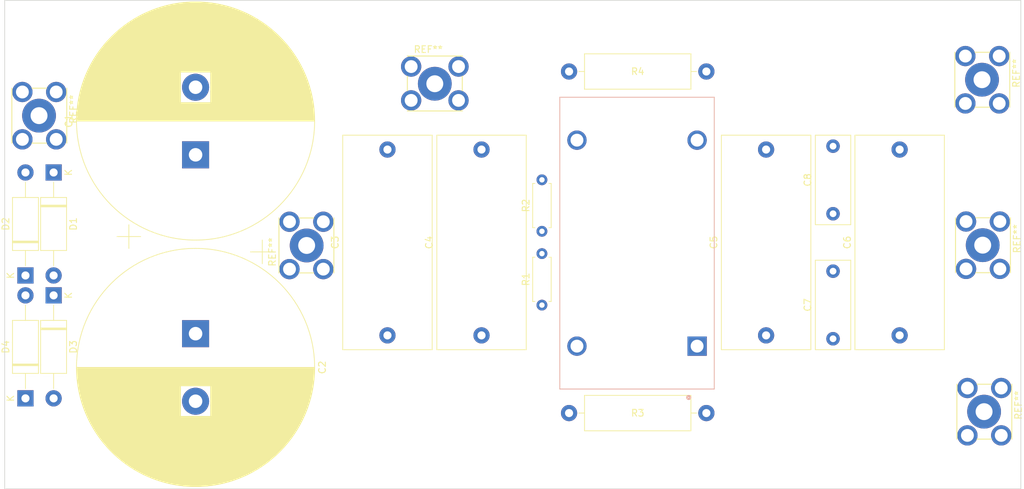
<source format=kicad_pcb>
(kicad_pcb (version 20211014) (generator pcbnew)
  (layers (0 "F.Cu" signal) (31 "B.Cu" signal) (34 "B.Paste" user) (35 "F.Paste" user) (36 "B.SilkS" user "B.Silkscreen") (37 "F.SilkS" user "F.Silkscreen") (38 "B.Mask" user) (39 "F.Mask" user) (44 "Edge.Cuts" user))
  (net 0 "")
  (net 1 "Net-(C1-Pad1)")
  (net 2 "/DC_IN")
  (net 3 "/HOT_IN")
  (net 4 "/NEUTRAL_IN")
  (net 5 "/HOT_OUT")
  (net 6 "/NEUTRAL_OUT")
  (net 7 "/EARTH")
  (net 8 "Net-(D1-Pad2)")
  (net 9 "Net-(R1-Pad2)")
  (footprint "Diode_THT:D_DO-15_P15.24mm_Horizontal" (layer "F.Cu") (at 103.706399 83.234517 90)
    (fp_text reference "D4" (at 7.62 -2.92 90) (layer "F.SilkS"))
    (fp_text value "DIODE")
    (fp_text user "K" (at 0 -2.2 90) (layer "F.SilkS"))
    (pad "1" thru_hole rect locked (at 0 0 90) (size 2.4 2.4) (drill 1.2) (layers *.Cu *.Mask) (net 3 "/HOT_IN"))
    (pad "2" thru_hole oval locked (at 15.24 0 90) (size 2.4 2.4) (drill 1.2) (layers *.Cu *.Mask) (net 8 "Net-(D1-Pad2)"))
  )
  (footprint "Custom Library:M4_Screw_Terminal" (layer "F.Cu") (at 247.904 57.0652 -90)
    (fp_text reference "J2" hide)
    (fp_text value "Screw_Terminal_01x01" hide)
    (fp_text user "REF**" (at 2.54 -2.54 90) (layer "F.SilkS"))
    (pad "1" thru_hole circle (at 7.0104 5.0038 270) (size 3 3) (drill 1.905) (layers *.Cu *.Mask) (net 7 "/EARTH"))
    (pad "1" thru_hole circle (at 7.0104 0 270) (size 3 3) (drill 1.905) (layers *.Cu *.Mask) (net 7 "/EARTH"))
    (pad "1" thru_hole circle (at 0 5.0038 270) (size 3 3) (drill 1.905) (layers *.Cu *.Mask) (net 7 "/EARTH"))
    (pad "1" thru_hole circle (at 0 0 270) (size 3 3) (drill 1.905) (layers *.Cu *.Mask) (net 7 "/EARTH"))
    (pad "1" thru_hole circle (at 3.5 2.54 270) (size 5 5) (drill 2.5) (layers *.Cu *.Mask) (net 7 "/EARTH"))
  )
  (footprint "Diode_THT:D_DO-15_P15.24mm_Horizontal" (layer "F.Cu") (at 107.871999 67.994517 -90)
    (fp_text reference "D3" (at 7.62 -2.92 90) (layer "F.SilkS"))
    (fp_text value "DIODE")
    (fp_text user "K" (at 0 -2.2 90) (layer "F.SilkS"))
    (pad "1" thru_hole rect locked (at 0 0 270) (size 2.4 2.4) (drill 1.2) (layers *.Cu *.Mask) (net 8 "Net-(D1-Pad2)"))
    (pad "2" thru_hole oval locked (at 15.24 0 270) (size 2.4 2.4) (drill 1.2) (layers *.Cu *.Mask) (net 3 "/HOT_IN"))
  )
  (footprint "Diode_THT:D_DO-15_P15.24mm_Horizontal" (layer "F.Cu") (at 107.871999 49.808117 -90)
    (fp_text reference "D1" (at 7.62 -2.92 90) (layer "F.SilkS"))
    (fp_text value "DIODE")
    (fp_text user "K" (at 0 -2.2 90) (layer "F.SilkS"))
    (pad "1" thru_hole rect locked (at 0 0 270) (size 2.4 2.4) (drill 1.2) (layers *.Cu *.Mask) (net 2 "/DC_IN"))
    (pad "2" thru_hole oval locked (at 15.24 0 270) (size 2.4 2.4) (drill 1.2) (layers *.Cu *.Mask) (net 8 "Net-(D1-Pad2)"))
  )
  (footprint "Capacitor_THT:CP_Radial_D35.0mm_P10.00mm_SnapIn" (layer "F.Cu") (at 128.8796 47.1932 90)
    (fp_text reference "C1" (at 5 -18.75 90) (layer "F.SilkS"))
    (fp_text value "CP")
    (pad "1" thru_hole rect locked (at 0 0 90) (size 4 4) (drill 2) (layers *.Cu *.Mask) (net 1 "Net-(C1-Pad1)"))
    (pad "2" thru_hole circle locked (at 10 0 90) (size 4 4) (drill 2) (layers *.Cu *.Mask) (net 2 "/DC_IN"))
  )
  (footprint "Diode_THT:D_DO-15_P15.24mm_Horizontal" (layer "F.Cu") (at 103.706399 65.048117 90)
    (fp_text reference "D2" (at 7.62 -2.92 90) (layer "F.SilkS"))
    (fp_text value "DIODE")
    (fp_text user "K" (at 0 -2.2 90) (layer "F.SilkS"))
    (pad "1" thru_hole rect locked (at 0 0 90) (size 2.4 2.4) (drill 1.2) (layers *.Cu *.Mask) (net 8 "Net-(D1-Pad2)"))
    (pad "2" thru_hole oval locked (at 15.24 0 90) (size 2.4 2.4) (drill 1.2) (layers *.Cu *.Mask) (net 2 "/DC_IN"))
  )
  (footprint "Capacitor_THT:C_Rect_L31.5mm_W13.0mm_P27.50mm_MKS4" (layer "F.Cu") (at 171.196 73.914 90)
    (fp_text reference "C4" (at 13.75 -7.75 90) (layer "F.SilkS"))
    (fp_text value "C")
    (pad "1" thru_hole circle locked (at 0 0 90) (size 2.4 2.4) (drill 1.2) (layers *.Cu *.Mask) (net 3 "/HOT_IN"))
    (pad "2" thru_hole circle locked (at 27.5 0 90) (size 2.4 2.4) (drill 1.2) (layers *.Cu *.Mask) (net 4 "/NEUTRAL_IN"))
  )
  (footprint "Capacitor_THT:C_Rect_L31.5mm_W13.0mm_P27.50mm_MKS4" (layer "F.Cu") (at 213.3092 73.914 90)
    (fp_text reference "C5" (at 13.75 -7.75 90) (layer "F.SilkS"))
    (fp_text value "C")
    (pad "1" thru_hole circle locked (at 0 0 90) (size 2.4 2.4) (drill 1.2) (layers *.Cu *.Mask) (net 5 "/HOT_OUT"))
    (pad "2" thru_hole circle locked (at 27.5 0 90) (size 2.4 2.4) (drill 1.2) (layers *.Cu *.Mask) (net 6 "/NEUTRAL_OUT"))
  )
  (footprint "Resistor_THT:R_Axial_DIN0516_L15.5mm_D5.0mm_P20.32mm_Horizontal" (layer "F.Cu") (at 184.15 34.8656)
    (fp_text reference "R4" (at 10.16 0) (layer "F.SilkS"))
    (fp_text value "R")
    (pad "1" thru_hole circle locked (at 0 0) (size 2.4 2.4) (drill 1.2) (layers *.Cu *.Mask) (net 4 "/NEUTRAL_IN"))
    (pad "2" thru_hole oval locked (at 20.32 0) (size 2.4 2.4) (drill 1.2) (layers *.Cu *.Mask) (net 6 "/NEUTRAL_OUT"))
  )
  (footprint "Resistor_THT:R_Axial_DIN0207_L6.3mm_D2.5mm_P7.62mm_Horizontal" (layer "F.Cu") (at 180.1368 69.435 90)
    (fp_text reference "R1" (at 3.81 -2.37 90) (layer "F.SilkS"))
    (fp_text value "R")
    (pad "1" thru_hole circle locked (at 0 0 90) (size 1.6 1.6) (drill 0.8) (layers *.Cu *.Mask) (net 3 "/HOT_IN"))
    (pad "2" thru_hole oval locked (at 7.62 0 90) (size 1.6 1.6) (drill 0.8) (layers *.Cu *.Mask) (net 9 "Net-(R1-Pad2)"))
  )
  (footprint "Resistor_THT:R_Axial_DIN0207_L6.3mm_D2.5mm_P7.62mm_Horizontal" (layer "F.Cu") (at 180.1368 58.513 90)
    (fp_text reference "R2" (at 3.81 -2.37 90) (layer "F.SilkS"))
    (fp_text value "R")
    (pad "1" thru_hole circle locked (at 0 0 90) (size 1.6 1.6) (drill 0.8) (layers *.Cu *.Mask) (net 9 "Net-(R1-Pad2)"))
    (pad "2" thru_hole oval locked (at 7.62 0 90) (size 1.6 1.6) (drill 0.8) (layers *.Cu *.Mask) (net 4 "/NEUTRAL_IN"))
  )
  (footprint "Resistor_THT:R_Axial_DIN0516_L15.5mm_D5.0mm_P20.32mm_Horizontal" (layer "F.Cu") (at 184.15 85.4116)
    (fp_text reference "R3" (at 10.16 0) (layer "F.SilkS"))
    (fp_text value "R")
    (pad "1" thru_hole circle locked (at 0 0) (size 2.4 2.4) (drill 1.2) (layers *.Cu *.Mask) (net 3 "/HOT_IN"))
    (pad "2" thru_hole oval locked (at 20.32 0) (size 2.4 2.4) (drill 1.2) (layers *.Cu *.Mask) (net 5 "/HOT_OUT"))
  )
  (footprint "Capacitor_THT:CP_Radial_D35.0mm_P10.00mm_SnapIn" (layer "F.Cu") (at 128.8796 73.66 -90)
    (fp_text reference "C2" (at 5 -18.75 90) (layer "F.SilkS"))
    (fp_text value "CP")
    (pad "1" thru_hole rect locked (at 0 0 270) (size 4 4) (drill 2) (layers *.Cu *.Mask) (net 1 "Net-(C1-Pad1)"))
    (pad "2" thru_hole circle locked (at 10 0 270) (size 4 4) (drill 2) (layers *.Cu *.Mask) (net 3 "/HOT_IN"))
  )
  (footprint "Custom Library:M4_Screw_Terminal" (layer "F.Cu") (at 248.1072 81.7032 -90)
    (fp_text reference "J4" hide)
    (fp_text value "Screw_Terminal_01x01" hide)
    (fp_text user "REF**" (at 2.54 -2.54 90) (layer "F.SilkS"))
    (pad "1" thru_hole circle (at 3.5 2.54 270) (size 5 5) (drill 2.5) (layers *.Cu *.Mask) (net 5 "/HOT_OUT"))
    (pad "1" thru_hole circle (at 7.0104 0 270) (size 3 3) (drill 1.905) (layers *.Cu *.Mask) (net 5 "/HOT_OUT"))
    (pad "1" thru_hole circle (at 0 5.0038 270) (size 3 3) (drill 1.905) (layers *.Cu *.Mask) (net 5 "/HOT_OUT"))
    (pad "1" thru_hole circle (at 7.0104 5.0038 270) (size 3 3) (drill 1.905) (layers *.Cu *.Mask) (net 5 "/HOT_OUT"))
    (pad "1" thru_hole circle (at 0 0 270) (size 3 3) (drill 1.905) (layers *.Cu *.Mask) (net 5 "/HOT_OUT"))
  )
  (footprint "Capacitor_THT:C_Rect_L31.5mm_W13.0mm_P27.50mm_MKS4" (layer "F.Cu") (at 157.2768 73.914 90)
    (fp_text reference "C3" (at 13.75 -7.75 90) (layer "F.SilkS"))
    (fp_text value "C")
    (pad "1" thru_hole circle locked (at 0 0 90) (size 2.4 2.4) (drill 1.2) (layers *.Cu *.Mask) (net 3 "/HOT_IN"))
    (pad "2" thru_hole circle locked (at 27.5 0 90) (size 2.4 2.4) (drill 1.2) (layers *.Cu *.Mask) (net 4 "/NEUTRAL_IN"))
  )
  (footprint "Capacitor_THT:C_Rect_L13.0mm_W5.0mm_P10.00mm_FKS3_FKP3_MKS4" (layer "F.Cu") (at 223.2152 55.914 90)
    (fp_text reference "C8" (at 5 -3.75 90) (layer "F.SilkS"))
    (fp_text value "C")
    (pad "1" thru_hole circle locked (at 0 0 90) (size 2 2) (drill 1) (layers *.Cu *.Mask) (net 7 "/EARTH"))
    (pad "2" thru_hole circle locked (at 10 0 90) (size 2 2) (drill 1) (layers *.Cu *.Mask) (net 6 "/NEUTRAL_OUT"))
  )
  (footprint "Custom Library:M4_Screw_Terminal" (layer "F.Cu") (at 142.77975 64.1096 90)
    (fp_text reference "J5" hide)
    (fp_text value "Screw_Terminal_01x01" hide)
    (fp_text user "REF**" (at 2.54 -2.54 90) (layer "F.SilkS"))
    (pad "1" thru_hole circle (at 0 0 90) (size 3 3) (drill 1.905) (layers *.Cu *.Mask) (net 7 "/EARTH"))
    (pad "1" thru_hole circle (at 7.0104 5.0038 90) (size 3 3) (drill 1.905) (layers *.Cu *.Mask) (net 7 "/EARTH"))
    (pad "1" thru_hole circle (at 3.5 2.54 90) (size 5 5) (drill 2.5) (layers *.Cu *.Mask) (net 7 "/EARTH"))
    (pad "1" thru_hole circle (at 0 5.0038 90) (size 3 3) (drill 1.905) (layers *.Cu *.Mask) (net 7 "/EARTH"))
    (pad "1" thru_hole circle (at 7.0104 0 90) (size 3 3) (drill 1.905) (layers *.Cu *.Mask) (net 7 "/EARTH"))
  )
  (footprint "Capacitor_THT:C_Rect_L31.5mm_W13.0mm_P27.50mm_MKS4" (layer "F.Cu") (at 233.0704 73.914 90)
    (fp_text reference "C6" (at 13.75 -7.75 90) (layer "F.SilkS"))
    (fp_text value "C")
    (pad "1" thru_hole circle locked (at 0 0 90) (size 2.4 2.4) (drill 1.2) (layers *.Cu *.Mask) (net 5 "/HOT_OUT"))
    (pad "2" thru_hole circle locked (at 27.5 0 90) (size 2.4 2.4) (drill 1.2) (layers *.Cu *.Mask) (net 6 "/NEUTRAL_OUT"))
  )
  (footprint "Custom Library:M4_Screw_Terminal" (layer "F.Cu") (at 247.8024 32.5796 -90)
    (fp_text reference "J6" hide)
    (fp_text value "Screw_Terminal_01x01" hide)
    (fp_text user "REF**" (at 2.54 -2.54 90) (layer "F.SilkS"))
    (pad "1" thru_hole circle (at 0 0 270) (size 3 3) (drill 1.905) (layers *.Cu *.Mask) (net 6 "/NEUTRAL_OUT"))
    (pad "1" thru_hole circle (at 7.0104 5.0038 270) (size 3 3) (drill 1.905) (layers *.Cu *.Mask) (net 6 "/NEUTRAL_OUT"))
    (pad "1" thru_hole circle (at 3.5 2.54 270) (size 5 5) (drill 2.5) (layers *.Cu *.Mask) (net 6 "/NEUTRAL_OUT"))
    (pad "1" thru_hole circle (at 7.0104 0 270) (size 3 3) (drill 1.905) (layers *.Cu *.Mask) (net 6 "/NEUTRAL_OUT"))
    (pad "1" thru_hole circle (at 0 5.0038 270) (size 3 3) (drill 1.905) (layers *.Cu *.Mask) (net 6 "/NEUTRAL_OUT"))
  )
  (footprint "Custom Library:M4_Screw_Terminal" (layer "F.Cu") (at 108.2548 37.8968 -90)
    (fp_text reference "J1" hide)
    (fp_text value "Screw_Terminal_01x01" hide)
    (fp_text user "REF**" (at 2.54 -2.54 90) (layer "F.SilkS"))
    (pad "1" thru_hole circle (at 0 5.0038 270) (size 3 3) (drill 1.905) (layers *.Cu *.Mask) (net 2 "/DC_IN"))
    (pad "1" thru_hole circle (at 0 0 270) (size 3 3) (drill 1.905) (layers *.Cu *.Mask) (net 2 "/DC_IN"))
    (pad "1" thru_hole circle (at 7.0104 0 270) (size 3 3) (drill 1.905) (layers *.Cu *.Mask) (net 2 "/DC_IN"))
    (pad "1" thru_hole circle (at 3.5 2.54 270) (size 5 5) (drill 2.5) (layers *.Cu *.Mask) (net 2 "/DC_IN"))
    (pad "1" thru_hole circle (at 7.0104 5.0038 270) (size 3 3) (drill 1.905) (layers *.Cu *.Mask) (net 2 "/DC_IN"))
  )
  (footprint "Capacitor_THT:C_Rect_L13.0mm_W5.0mm_P10.00mm_FKS3_FKP3_MKS4" (layer "F.Cu") (at 223.2152 74.414 90)
    (fp_text reference "C7" (at 5 -3.75 90) (layer "F.SilkS"))
    (fp_text value "C")
    (pad "1" thru_hole circle locked (at 0 0 90) (size 2 2) (drill 1) (layers *.Cu *.Mask) (net 5 "/HOT_OUT"))
    (pad "2" thru_hole circle locked (at 10 0 90) (size 2 2) (drill 1) (layers *.Cu *.Mask) (net 7 "/EARTH"))
  )
  (footprint "Custom Library:M4_Screw_Terminal" (layer "F.Cu") (at 160.782 34.13535)
    (fp_text reference "J3" hide)
    (fp_text value "Screw_Terminal_01x01" hide)
    (fp_text user "REF**" (at 2.54 -2.54) (layer "F.SilkS"))
    (pad "1" thru_hole circle (at 7.0104 0) (size 3 3) (drill 1.905) (layers *.Cu *.Mask) (net 4 "/NEUTRAL_IN"))
    (pad "1" thru_hole circle (at 3.5 2.54) (size 5 5) (drill 2.5) (layers *.Cu *.Mask) (net 4 "/NEUTRAL_IN"))
    (pad "1" thru_hole circle (at 7.0104 5.0038) (size 3 3) (drill 1.905) (layers *.Cu *.Mask) (net 4 "/NEUTRAL_IN"))
    (pad "1" thru_hole circle (at 0 5.0038) (size 3 3) (drill 1.905) (layers *.Cu *.Mask) (net 4 "/NEUTRAL_IN"))
    (pad "1" thru_hole circle (at 0 0) (size 3 3) (drill 1.905) (layers *.Cu *.Mask) (net 4 "/NEUTRAL_IN"))
  )
  (footprint "Custom Library:IND_CMT-8121" (layer "B.Cu") (at 194.2084 60.2656 90)
    (fp_text reference "FL1" hide)
    (fp_text value "Choke" hide)
    (pad "1" thru_hole circle (at -15.24 -8.89 90) (size 2.8575 2.8575) (drill 1.905) (layers *.Cu *.Mask) (net 3 "/HOT_IN"))
    (pad "2" thru_hole rect (at -15.24 8.89 90) (size 2.8575 2.8575) (drill 1.905) (layers *.Cu *.Mask) (net 5 "/HOT_OUT"))
    (pad "3" thru_hole circle (at 15.24 -8.89 90) (size 2.8575 2.8575) (drill 1.905) (layers *.Cu *.Mask) (net 4 "/NEUTRAL_IN"))
    (pad "4" thru_hole circle (at 15.24 8.89 90) (size 2.8575 2.8575) (drill 1.905) (layers *.Cu *.Mask) (net 6 "/NEUTRAL_OUT"))
  )
  (gr_rect (start 100.6348 24.3332) (end 251.0028 96.6216) (layer "Edge.Cuts") (width 0.1) (fill none))
)
</source>
